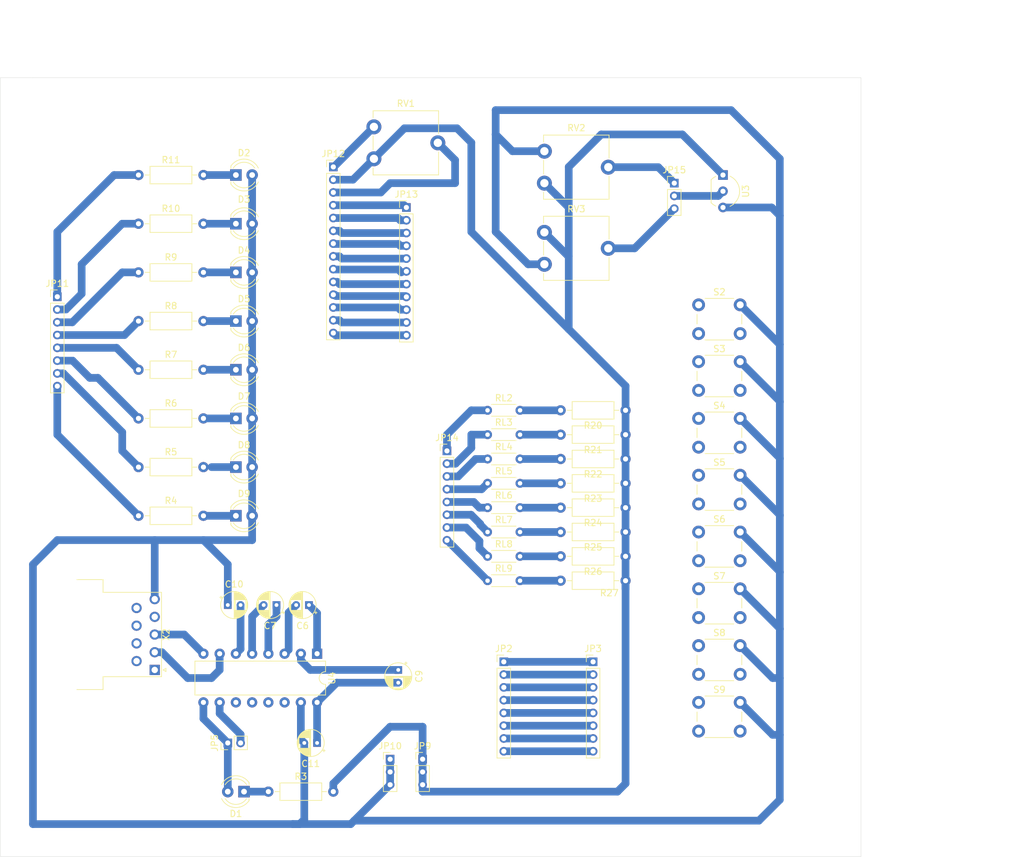
<source format=kicad_pcb>
(kicad_pcb (version 20171130) (host pcbnew "(5.1.6)-1")
  (layers (0 F.Cu signal) (31 B.Cu signal) (34 B.Paste user hide) (35 F.Paste user hide) (36 B.SilkS user hide) (37 F.SilkS user) (38 B.Mask user hide) (39 F.Mask user hide) (44 Edge.Cuts user))
  (net 0 "")
  (net 1 "Net-(C6-Pad2)")
  (net 2 "Net-(C6-Pad1)")
  (net 3 "Net-(C7-Pad2)")
  (net 4 "Net-(C7-Pad1)")
  (net 5 "Net-(C11-Pad1)")
  (net 6 "Net-(C9-Pad1)")
  (net 7 "Net-(C10-Pad2)")
  (net 8 GND)
  (net 9 "Net-(D1-Pad2)")
  (net 10 "Net-(D1-Pad1)")
  (net 11 "Net-(D2-Pad1)")
  (net 12 "Net-(D3-Pad1)")
  (net 13 "Net-(D4-Pad1)")
  (net 14 "Net-(D5-Pad1)")
  (net 15 "Net-(D6-Pad1)")
  (net 16 "Net-(D7-Pad1)")
  (net 17 "Net-(D8-Pad1)")
  (net 18 "Net-(D9-Pad1)")
  (net 19 "Net-(JP2-Pad8)")
  (net 20 "Net-(JP2-Pad7)")
  (net 21 "Net-(JP2-Pad6)")
  (net 22 "Net-(JP2-Pad5)")
  (net 23 "Net-(JP2-Pad4)")
  (net 24 "Net-(JP2-Pad3)")
  (net 25 "Net-(JP2-Pad2)")
  (net 26 "Net-(JP2-Pad1)")
  (net 27 "Net-(JP5-Pad2)")
  (net 28 +5V)
  (net 29 "Net-(JP11-Pad8)")
  (net 30 "Net-(JP11-Pad7)")
  (net 31 "Net-(JP11-Pad6)")
  (net 32 "Net-(JP11-Pad5)")
  (net 33 "Net-(JP11-Pad4)")
  (net 34 "Net-(JP11-Pad3)")
  (net 35 "Net-(JP11-Pad2)")
  (net 36 "Net-(JP11-Pad1)")
  (net 37 "Net-(JP12-Pad14)")
  (net 38 "Net-(JP12-Pad13)")
  (net 39 "Net-(JP12-Pad12)")
  (net 40 "Net-(JP12-Pad11)")
  (net 41 "Net-(JP12-Pad10)")
  (net 42 "Net-(JP12-Pad9)")
  (net 43 "Net-(JP12-Pad8)")
  (net 44 "Net-(JP12-Pad7)")
  (net 45 "Net-(JP12-Pad6)")
  (net 46 "Net-(JP12-Pad5)")
  (net 47 "Net-(JP12-Pad4)")
  (net 48 "Net-(JP12-Pad3)")
  (net 49 "Net-(JP12-Pad1)")
  (net 50 "Net-(JP14-Pad8)")
  (net 51 "Net-(JP14-Pad7)")
  (net 52 "Net-(JP14-Pad6)")
  (net 53 "Net-(JP14-Pad5)")
  (net 54 "Net-(JP14-Pad4)")
  (net 55 "Net-(JP14-Pad3)")
  (net 56 "Net-(JP14-Pad2)")
  (net 57 "Net-(JP14-Pad1)")
  (net 58 "Net-(JP15-Pad3)")
  (net 59 "Net-(JP15-Pad2)")
  (net 60 "Net-(JP15-Pad1)")
  (net 61 "Net-(R20-Pad2)")
  (net 62 "Net-(R21-Pad2)")
  (net 63 "Net-(R22-Pad2)")
  (net 64 "Net-(R23-Pad2)")
  (net 65 "Net-(R24-Pad2)")
  (net 66 "Net-(R25-Pad2)")
  (net 67 "Net-(R26-Pad2)")
  (net 68 "Net-(R27-Pad2)")
  (net 69 "Net-(S2-Pad2)")
  (net 70 "Net-(S3-Pad2)")
  (net 71 "Net-(S4-Pad2)")
  (net 72 "Net-(S5-Pad2)")
  (net 73 "Net-(S6-Pad2)")
  (net 74 "Net-(S7-Pad2)")
  (net 75 "Net-(S8-Pad2)")
  (net 76 "Net-(S9-Pad2)")
  (net 77 "Net-(U4-Pad8)")
  (net 78 "Net-(U4-Pad7)")
  (net 79 "Net-(U4-Pad14)")
  (net 80 "Net-(U4-Pad13)")
  (net 81 "Net-(U4-Pad12)")
  (net 82 "Net-(U4-Pad11)")
  (net 83 "Net-(X2-Pad9)")
  (net 84 "Net-(X2-Pad8)")
  (net 85 "Net-(X2-Pad7)")
  (net 86 "Net-(X2-Pad6)")
  (net 87 "Net-(X2-Pad4)")
  (net 88 "Net-(X2-Pad1)")
  (module Connector_PinHeader_2.00mm:PinHeader_1x02_P2.00mm_Vertical (layer F.Cu) (at 76.2 147.32 90)
    (fp_text reference JP5 (at 0 -2.06 90) (layer F.SilkS))
    (fp_text value PINHD-1X2)
    (pad 2 thru_hole oval (at 0 2 90) (size 1.35 1.35) (drill 0.8) (layers *.Cu *.Mask) (net 27 "Net-(JP5-Pad2)"))
    (pad 1 thru_hole rect (at 0 0 90) (size 1.35 1.35) (drill 0.8) (layers *.Cu *.Mask) (net 9 "Net-(D1-Pad2)"))
  )
  (module Capacitor_THT:CP_Radial_D4.0mm_P2.00mm (layer F.Cu) (at 83.82 125.73 180)
    (fp_text reference C7 (at 1 -3.25) (layer F.SilkS))
    (fp_text value 10u)
    (pad 2 thru_hole circle (at 2 0 180) (size 1.2 1.2) (drill 0.6) (layers *.Cu *.Mask) (net 3 "Net-(C7-Pad2)"))
    (pad 1 thru_hole rect (at 0 0 180) (size 1.2 1.2) (drill 0.6) (layers *.Cu *.Mask) (net 4 "Net-(C7-Pad1)"))
  )
  (module Capacitor_THT:CP_Radial_D4.0mm_P2.00mm (layer F.Cu) (at 88.9 125.73 180)
    (fp_text reference C6 (at 1 -3.25) (layer F.SilkS))
    (fp_text value 10u)
    (pad 2 thru_hole circle (at 2 0 180) (size 1.2 1.2) (drill 0.6) (layers *.Cu *.Mask) (net 1 "Net-(C6-Pad2)"))
    (pad 1 thru_hole rect (at 0 0 180) (size 1.2 1.2) (drill 0.6) (layers *.Cu *.Mask) (net 2 "Net-(C6-Pad1)"))
  )
  (module Resistor_THT:R_Axial_DIN0207_L6.3mm_D2.5mm_P10.16mm_Horizontal (layer F.Cu) (at 138.43 121.92 180)
    (fp_text reference R27 (at 2.54 -1.92) (layer F.SilkS))
    (fp_text value 4.7k)
    (pad 2 thru_hole oval (at 10.16 0 180) (size 1.6 1.6) (drill 0.8) (layers *.Cu *.Mask) (net 68 "Net-(R27-Pad2)"))
    (pad 1 thru_hole circle (at 0 0 180) (size 1.6 1.6) (drill 0.8) (layers *.Cu *.Mask) (net 28 +5V))
  )
  (module Resistor_THT:R_Axial_DIN0207_L6.3mm_D2.5mm_P10.16mm_Horizontal (layer F.Cu) (at 138.43 118.11 180)
    (fp_text reference R26 (at 5.08 -2.37) (layer F.SilkS))
    (fp_text value 4.7k)
    (pad 2 thru_hole oval (at 10.16 0 180) (size 1.6 1.6) (drill 0.8) (layers *.Cu *.Mask) (net 67 "Net-(R26-Pad2)"))
    (pad 1 thru_hole circle (at 0 0 180) (size 1.6 1.6) (drill 0.8) (layers *.Cu *.Mask) (net 28 +5V))
  )
  (module Resistor_THT:R_Axial_DIN0207_L6.3mm_D2.5mm_P10.16mm_Horizontal (layer F.Cu) (at 138.43 114.3 180)
    (fp_text reference R25 (at 5.08 -2.37) (layer F.SilkS))
    (fp_text value 4.7k)
    (pad 2 thru_hole oval (at 10.16 0 180) (size 1.6 1.6) (drill 0.8) (layers *.Cu *.Mask) (net 66 "Net-(R25-Pad2)"))
    (pad 1 thru_hole circle (at 0 0 180) (size 1.6 1.6) (drill 0.8) (layers *.Cu *.Mask) (net 28 +5V))
  )
  (module Resistor_THT:R_Axial_DIN0207_L6.3mm_D2.5mm_P10.16mm_Horizontal (layer F.Cu) (at 138.43 110.49 180)
    (fp_text reference R24 (at 5.08 -2.37) (layer F.SilkS))
    (fp_text value 4.7k)
    (pad 2 thru_hole oval (at 10.16 0 180) (size 1.6 1.6) (drill 0.8) (layers *.Cu *.Mask) (net 65 "Net-(R24-Pad2)"))
    (pad 1 thru_hole circle (at 0 0 180) (size 1.6 1.6) (drill 0.8) (layers *.Cu *.Mask) (net 28 +5V))
  )
  (module Resistor_THT:R_Axial_DIN0207_L6.3mm_D2.5mm_P10.16mm_Horizontal (layer F.Cu) (at 138.43 106.68 180)
    (fp_text reference R23 (at 5.08 -2.37) (layer F.SilkS))
    (fp_text value 4.7k)
    (pad 2 thru_hole oval (at 10.16 0 180) (size 1.6 1.6) (drill 0.8) (layers *.Cu *.Mask) (net 64 "Net-(R23-Pad2)"))
    (pad 1 thru_hole circle (at 0 0 180) (size 1.6 1.6) (drill 0.8) (layers *.Cu *.Mask) (net 28 +5V))
  )
  (module Resistor_THT:R_Axial_DIN0207_L6.3mm_D2.5mm_P10.16mm_Horizontal (layer F.Cu) (at 138.43 102.87 180)
    (fp_text reference R22 (at 5.08 -2.37) (layer F.SilkS))
    (fp_text value 4.7k)
    (pad 2 thru_hole oval (at 10.16 0 180) (size 1.6 1.6) (drill 0.8) (layers *.Cu *.Mask) (net 63 "Net-(R22-Pad2)"))
    (pad 1 thru_hole circle (at 0 0 180) (size 1.6 1.6) (drill 0.8) (layers *.Cu *.Mask) (net 28 +5V))
  )
  (module Resistor_THT:R_Axial_DIN0207_L6.3mm_D2.5mm_P10.16mm_Horizontal (layer F.Cu) (at 138.43 99.06 180)
    (fp_text reference R21 (at 5.08 -2.37) (layer F.SilkS))
    (fp_text value 4.7k)
    (pad 2 thru_hole oval (at 10.16 0 180) (size 1.6 1.6) (drill 0.8) (layers *.Cu *.Mask) (net 62 "Net-(R21-Pad2)"))
    (pad 1 thru_hole circle (at 0 0 180) (size 1.6 1.6) (drill 0.8) (layers *.Cu *.Mask) (net 28 +5V))
  )
  (module Resistor_THT:R_Axial_DIN0207_L6.3mm_D2.5mm_P10.16mm_Horizontal (layer F.Cu) (at 138.43 95.25 180)
    (fp_text reference R20 (at 5.08 -2.37) (layer F.SilkS))
    (fp_text value 4.7k)
    (pad 2 thru_hole oval (at 10.16 0 180) (size 1.6 1.6) (drill 0.8) (layers *.Cu *.Mask) (net 61 "Net-(R20-Pad2)"))
    (pad 1 thru_hole circle (at 0 0 180) (size 1.6 1.6) (drill 0.8) (layers *.Cu *.Mask) (net 28 +5V))
  )
  (module Resistor_THT:R_Axial_DIN0207_L6.3mm_D2.5mm_P10.16mm_Horizontal (layer F.Cu) (at 62.23 58.42)
    (fp_text reference R11 (at 5.08 -2.37) (layer F.SilkS))
    (fp_text value 470)
    (pad 2 thru_hole oval (at 10.16 0) (size 1.6 1.6) (drill 0.8) (layers *.Cu *.Mask) (net 11 "Net-(D2-Pad1)"))
    (pad 1 thru_hole circle (at 0 0) (size 1.6 1.6) (drill 0.8) (layers *.Cu *.Mask) (net 36 "Net-(JP11-Pad1)"))
  )
  (module Resistor_THT:R_Axial_DIN0207_L6.3mm_D2.5mm_P10.16mm_Horizontal (layer F.Cu) (at 62.23 66.04)
    (fp_text reference R10 (at 5.08 -2.37) (layer F.SilkS))
    (fp_text value 470)
    (pad 2 thru_hole oval (at 10.16 0) (size 1.6 1.6) (drill 0.8) (layers *.Cu *.Mask) (net 12 "Net-(D3-Pad1)"))
    (pad 1 thru_hole circle (at 0 0) (size 1.6 1.6) (drill 0.8) (layers *.Cu *.Mask) (net 35 "Net-(JP11-Pad2)"))
  )
  (module Resistor_THT:R_Axial_DIN0207_L6.3mm_D2.5mm_P10.16mm_Horizontal (layer F.Cu) (at 62.23 73.66)
    (fp_text reference R9 (at 5.08 -2.37) (layer F.SilkS))
    (fp_text value 470)
    (pad 2 thru_hole oval (at 10.16 0) (size 1.6 1.6) (drill 0.8) (layers *.Cu *.Mask) (net 13 "Net-(D4-Pad1)"))
    (pad 1 thru_hole circle (at 0 0) (size 1.6 1.6) (drill 0.8) (layers *.Cu *.Mask) (net 34 "Net-(JP11-Pad3)"))
  )
  (module Resistor_THT:R_Axial_DIN0207_L6.3mm_D2.5mm_P10.16mm_Horizontal (layer F.Cu) (at 62.23 81.28)
    (fp_text reference R8 (at 5.08 -2.37) (layer F.SilkS))
    (fp_text value 470)
    (pad 2 thru_hole oval (at 10.16 0) (size 1.6 1.6) (drill 0.8) (layers *.Cu *.Mask) (net 14 "Net-(D5-Pad1)"))
    (pad 1 thru_hole circle (at 0 0) (size 1.6 1.6) (drill 0.8) (layers *.Cu *.Mask) (net 33 "Net-(JP11-Pad4)"))
  )
  (module Resistor_THT:R_Axial_DIN0207_L6.3mm_D2.5mm_P10.16mm_Horizontal (layer F.Cu) (at 62.23 88.9)
    (fp_text reference R7 (at 5.08 -2.37) (layer F.SilkS))
    (fp_text value 470)
    (pad 2 thru_hole oval (at 10.16 0) (size 1.6 1.6) (drill 0.8) (layers *.Cu *.Mask) (net 15 "Net-(D6-Pad1)"))
    (pad 1 thru_hole circle (at 0 0) (size 1.6 1.6) (drill 0.8) (layers *.Cu *.Mask) (net 32 "Net-(JP11-Pad5)"))
  )
  (module Resistor_THT:R_Axial_DIN0207_L6.3mm_D2.5mm_P10.16mm_Horizontal (layer F.Cu) (at 62.23 96.52)
    (fp_text reference R6 (at 5.08 -2.37) (layer F.SilkS))
    (fp_text value 470)
    (pad 2 thru_hole oval (at 10.16 0) (size 1.6 1.6) (drill 0.8) (layers *.Cu *.Mask) (net 16 "Net-(D7-Pad1)"))
    (pad 1 thru_hole circle (at 0 0) (size 1.6 1.6) (drill 0.8) (layers *.Cu *.Mask) (net 31 "Net-(JP11-Pad6)"))
  )
  (module Resistor_THT:R_Axial_DIN0207_L6.3mm_D2.5mm_P10.16mm_Horizontal (layer F.Cu) (at 62.23 104.14)
    (fp_text reference R5 (at 5.08 -2.37) (layer F.SilkS))
    (fp_text value 470)
    (pad 2 thru_hole oval (at 10.16 0) (size 1.6 1.6) (drill 0.8) (layers *.Cu *.Mask) (net 17 "Net-(D8-Pad1)"))
    (pad 1 thru_hole circle (at 0 0) (size 1.6 1.6) (drill 0.8) (layers *.Cu *.Mask) (net 30 "Net-(JP11-Pad7)"))
  )
  (module Resistor_THT:R_Axial_DIN0207_L6.3mm_D2.5mm_P10.16mm_Horizontal (layer F.Cu) (at 62.23 111.76)
    (fp_text reference R4 (at 5.08 -2.37) (layer F.SilkS))
    (fp_text value 470)
    (pad 2 thru_hole oval (at 10.16 0) (size 1.6 1.6) (drill 0.8) (layers *.Cu *.Mask) (net 18 "Net-(D9-Pad1)"))
    (pad 1 thru_hole circle (at 0 0) (size 1.6 1.6) (drill 0.8) (layers *.Cu *.Mask) (net 29 "Net-(JP11-Pad8)"))
  )
  (module Resistor_THT:R_Axial_DIN0207_L6.3mm_D2.5mm_P10.16mm_Horizontal (layer F.Cu) (at 82.55 154.94)
    (fp_text reference R3 (at 5.08 -2.37) (layer F.SilkS))
    (fp_text value 470)
    (pad 2 thru_hole oval (at 10.16 0) (size 1.6 1.6) (drill 0.8) (layers *.Cu *.Mask) (net 28 +5V))
    (pad 1 thru_hole circle (at 0 0) (size 1.6 1.6) (drill 0.8) (layers *.Cu *.Mask) (net 10 "Net-(D1-Pad1)"))
  )
  (module Connector_Dsub:DSUB-9_Female_Horizontal_P2.77x2.84mm_EdgePinOffset9.40mm (layer F.Cu) (at 64.77 135.89 270)
    (fp_text reference X2 (at -5.54 -1.8 90) (layer F.SilkS))
    (fp_text value F09HP)
    (pad 9 thru_hole circle (at -9.695 2.84 270) (size 1.6 1.6) (drill 1) (layers *.Cu *.Mask) (net 83 "Net-(X2-Pad9)"))
    (pad 8 thru_hole circle (at -6.925 2.84 270) (size 1.6 1.6) (drill 1) (layers *.Cu *.Mask) (net 84 "Net-(X2-Pad8)"))
    (pad 7 thru_hole circle (at -4.155 2.84 270) (size 1.6 1.6) (drill 1) (layers *.Cu *.Mask) (net 85 "Net-(X2-Pad7)"))
    (pad 6 thru_hole circle (at -1.385 2.84 270) (size 1.6 1.6) (drill 1) (layers *.Cu *.Mask) (net 86 "Net-(X2-Pad6)"))
    (pad 5 thru_hole circle (at -11.08 0 270) (size 1.6 1.6) (drill 1) (layers *.Cu *.Mask) (net 8 GND))
    (pad 4 thru_hole circle (at -8.31 0 270) (size 1.6 1.6) (drill 1) (layers *.Cu *.Mask) (net 87 "Net-(X2-Pad4)"))
    (pad 3 thru_hole circle (at -5.54 0 270) (size 1.6 1.6) (drill 1) (layers *.Cu *.Mask) (net 77 "Net-(U4-Pad8)"))
    (pad 2 thru_hole circle (at -2.77 0 270) (size 1.6 1.6) (drill 1) (layers *.Cu *.Mask) (net 78 "Net-(U4-Pad7)"))
    (pad 1 thru_hole rect (at 0 0 270) (size 1.6 1.6) (drill 1) (layers *.Cu *.Mask) (net 88 "Net-(X2-Pad1)"))
  )
  (module Package_DIP:DIP-16_W7.62mm (layer F.Cu) (at 90.17 133.35 270)
    (fp_text reference U4 (at 3.81 -2.33 90) (layer F.SilkS))
    (fp_text value MAX232)
    (pad 16 thru_hole oval (at 7.62 0 270) (size 1.6 1.6) (drill 0.8) (layers *.Cu *.Mask) (net 5 "Net-(C11-Pad1)"))
    (pad 8 thru_hole oval (at 0 17.78 270) (size 1.6 1.6) (drill 0.8) (layers *.Cu *.Mask) (net 77 "Net-(U4-Pad8)"))
    (pad 15 thru_hole oval (at 7.62 2.54 270) (size 1.6 1.6) (drill 0.8) (layers *.Cu *.Mask) (net 8 GND))
    (pad 7 thru_hole oval (at 0 15.24 270) (size 1.6 1.6) (drill 0.8) (layers *.Cu *.Mask) (net 78 "Net-(U4-Pad7)"))
    (pad 14 thru_hole oval (at 7.62 5.08 270) (size 1.6 1.6) (drill 0.8) (layers *.Cu *.Mask) (net 79 "Net-(U4-Pad14)"))
    (pad 6 thru_hole oval (at 0 12.7 270) (size 1.6 1.6) (drill 0.8) (layers *.Cu *.Mask) (net 7 "Net-(C10-Pad2)"))
    (pad 13 thru_hole oval (at 7.62 7.62 270) (size 1.6 1.6) (drill 0.8) (layers *.Cu *.Mask) (net 80 "Net-(U4-Pad13)"))
    (pad 5 thru_hole oval (at 0 10.16 270) (size 1.6 1.6) (drill 0.8) (layers *.Cu *.Mask) (net 3 "Net-(C7-Pad2)"))
    (pad 12 thru_hole oval (at 7.62 10.16 270) (size 1.6 1.6) (drill 0.8) (layers *.Cu *.Mask) (net 81 "Net-(U4-Pad12)"))
    (pad 4 thru_hole oval (at 0 7.62 270) (size 1.6 1.6) (drill 0.8) (layers *.Cu *.Mask) (net 4 "Net-(C7-Pad1)"))
    (pad 11 thru_hole oval (at 7.62 12.7 270) (size 1.6 1.6) (drill 0.8) (layers *.Cu *.Mask) (net 82 "Net-(U4-Pad11)"))
    (pad 3 thru_hole oval (at 0 5.08 270) (size 1.6 1.6) (drill 0.8) (layers *.Cu *.Mask) (net 1 "Net-(C6-Pad2)"))
    (pad 10 thru_hole oval (at 7.62 15.24 270) (size 1.6 1.6) (drill 0.8) (layers *.Cu *.Mask) (net 27 "Net-(JP5-Pad2)"))
    (pad 2 thru_hole oval (at 0 2.54 270) (size 1.6 1.6) (drill 0.8) (layers *.Cu *.Mask) (net 6 "Net-(C9-Pad1)"))
    (pad 9 thru_hole oval (at 7.62 17.78 270) (size 1.6 1.6) (drill 0.8) (layers *.Cu *.Mask) (net 9 "Net-(D1-Pad2)"))
    (pad 1 thru_hole rect (at 0 0 270) (size 1.6 1.6) (drill 0.8) (layers *.Cu *.Mask) (net 2 "Net-(C6-Pad1)"))
  )
  (module Package_TO_SOT_THT:TO-92_Inline_Wide (layer F.Cu) (at 153.67 58.42 270)
    (fp_text reference U3 (at 2.54 -3.56 90) (layer F.SilkS))
    (fp_text value MCP9700A)
    (pad 1 thru_hole rect (at 0 0) (size 1.5 1.5) (drill 0.8) (layers *.Cu *.Mask) (net 28 +5V))
    (pad 3 thru_hole circle (at 5.08 0) (size 1.5 1.5) (drill 0.8) (layers *.Cu *.Mask) (net 8 GND))
    (pad 2 thru_hole circle (at 2.54 0) (size 1.5 1.5) (drill 0.8) (layers *.Cu *.Mask) (net 59 "Net-(JP15-Pad2)"))
  )
  (module Button_Switch_THT:SW_PUSH_6mm (layer F.Cu) (at 149.86 140.97)
    (fp_text reference S9 (at 3.25 -2) (layer F.SilkS))
    (fp_text value DTS-6)
    (pad 1 thru_hole circle (at 6.5 0 90) (size 2 2) (drill 1.1) (layers *.Cu *.Mask) (net 8 GND))
    (pad 2 thru_hole circle (at 6.5 4.5 90) (size 2 2) (drill 1.1) (layers *.Cu *.Mask) (net 76 "Net-(S9-Pad2)"))
    (pad 1 thru_hole circle (at 0 0 90) (size 2 2) (drill 1.1) (layers *.Cu *.Mask) (net 8 GND))
    (pad 2 thru_hole circle (at 0 4.5 90) (size 2 2) (drill 1.1) (layers *.Cu *.Mask) (net 76 "Net-(S9-Pad2)"))
  )
  (module Button_Switch_THT:SW_PUSH_6mm (layer F.Cu) (at 149.86 132.08)
    (fp_text reference S8 (at 3.25 -2) (layer F.SilkS))
    (fp_text value DTS-6)
    (pad 1 thru_hole circle (at 6.5 0 90) (size 2 2) (drill 1.1) (layers *.Cu *.Mask) (net 8 GND))
    (pad 2 thru_hole circle (at 6.5 4.5 90) (size 2 2) (drill 1.1) (layers *.Cu *.Mask) (net 75 "Net-(S8-Pad2)"))
    (pad 1 thru_hole circle (at 0 0 90) (size 2 2) (drill 1.1) (layers *.Cu *.Mask) (net 8 GND))
    (pad 2 thru_hole circle (at 0 4.5 90) (size 2 2) (drill 1.1) (layers *.Cu *.Mask) (net 75 "Net-(S8-Pad2)"))
  )
  (module Button_Switch_THT:SW_PUSH_6mm (layer F.Cu) (at 149.86 123.19)
    (fp_text reference S7 (at 3.25 -2) (layer F.SilkS))
    (fp_text value DTS-6)
    (pad 1 thru_hole circle (at 6.5 0 90) (size 2 2) (drill 1.1) (layers *.Cu *.Mask) (net 8 GND))
    (pad 2 thru_hole circle (at 6.5 4.5 90) (size 2 2) (drill 1.1) (layers *.Cu *.Mask) (net 74 "Net-(S7-Pad2)"))
    (pad 1 thru_hole circle (at 0 0 90) (size 2 2) (drill 1.1) (layers *.Cu *.Mask) (net 8 GND))
    (pad 2 thru_hole circle (at 0 4.5 90) (size 2 2) (drill 1.1) (layers *.Cu *.Mask) (net 74 "Net-(S7-Pad2)"))
  )
  (module Button_Switch_THT:SW_PUSH_6mm (layer F.Cu) (at 149.86 114.3)
    (fp_text reference S6 (at 3.25 -2) (layer F.SilkS))
    (fp_text value DTS-6)
    (pad 1 thru_hole circle (at 6.5 0 90) (size 2 2) (drill 1.1) (layers *.Cu *.Mask) (net 8 GND))
    (pad 2 thru_hole circle (at 6.5 4.5 90) (size 2 2) (drill 1.1) (layers *.Cu *.Mask) (net 73 "Net-(S6-Pad2)"))
    (pad 1 thru_hole circle (at 0 0 90) (size 2 2) (drill 1.1) (layers *.Cu *.Mask) (net 8 GND))
    (pad 2 thru_hole circle (at 0 4.5 90) (size 2 2) (drill 1.1) (layers *.Cu *.Mask) (net 73 "Net-(S6-Pad2)"))
  )
  (module Button_Switch_THT:SW_PUSH_6mm (layer F.Cu) (at 149.86 105.41)
    (fp_text reference S5 (at 3.25 -2) (layer F.SilkS))
    (fp_text value DTS-6)
    (pad 1 thru_hole circle (at 6.5 0 90) (size 2 2) (drill 1.1) (layers *.Cu *.Mask) (net 8 GND))
    (pad 2 thru_hole circle (at 6.5 4.5 90) (size 2 2) (drill 1.1) (layers *.Cu *.Mask) (net 72 "Net-(S5-Pad2)"))
    (pad 1 thru_hole circle (at 0 0 90) (size 2 2) (drill 1.1) (layers *.Cu *.Mask) (net 8 GND))
    (pad 2 thru_hole circle (at 0 4.5 90) (size 2 2) (drill 1.1) (layers *.Cu *.Mask) (net 72 "Net-(S5-Pad2)"))
  )
  (module Button_Switch_THT:SW_PUSH_6mm (layer F.Cu) (at 149.86 96.52)
    (fp_text reference S4 (at 3.25 -2) (layer F.SilkS))
    (fp_text value DTS-6)
    (pad 1 thru_hole circle (at 6.5 0 90) (size 2 2) (drill 1.1) (layers *.Cu *.Mask) (net 8 GND))
    (pad 2 thru_hole circle (at 6.5 4.5 90) (size 2 2) (drill 1.1) (layers *.Cu *.Mask) (net 71 "Net-(S4-Pad2)"))
    (pad 1 thru_hole circle (at 0 0 90) (size 2 2) (drill 1.1) (layers *.Cu *.Mask) (net 8 GND))
    (pad 2 thru_hole circle (at 0 4.5 90) (size 2 2) (drill 1.1) (layers *.Cu *.Mask) (net 71 "Net-(S4-Pad2)"))
  )
  (module Button_Switch_THT:SW_PUSH_6mm (layer F.Cu) (at 149.86 87.63)
    (fp_text reference S3 (at 3.25 -2) (layer F.SilkS))
    (fp_text value DTS-6)
    (pad 1 thru_hole circle (at 6.5 0 90) (size 2 2) (drill 1.1) (layers *.Cu *.Mask) (net 8 GND))
    (pad 2 thru_hole circle (at 6.5 4.5 90) (size 2 2) (drill 1.1) (layers *.Cu *.Mask) (net 70 "Net-(S3-Pad2)"))
    (pad 1 thru_hole circle (at 0 0 90) (size 2 2) (drill 1.1) (layers *.Cu *.Mask) (net 8 GND))
    (pad 2 thru_hole circle (at 0 4.5 90) (size 2 2) (drill 1.1) (layers *.Cu *.Mask) (net 70 "Net-(S3-Pad2)"))
  )
  (module Button_Switch_THT:SW_PUSH_6mm (layer F.Cu) (at 149.86 78.74)
    (fp_text reference S2 (at 3.25 -2) (layer F.SilkS))
    (fp_text value DTS-6)
    (pad 1 thru_hole circle (at 6.5 0 90) (size 2 2) (drill 1.1) (layers *.Cu *.Mask) (net 8 GND))
    (pad 2 thru_hole circle (at 6.5 4.5 90) (size 2 2) (drill 1.1) (layers *.Cu *.Mask) (net 69 "Net-(S2-Pad2)"))
    (pad 1 thru_hole circle (at 0 0 90) (size 2 2) (drill 1.1) (layers *.Cu *.Mask) (net 8 GND))
    (pad 2 thru_hole circle (at 0 4.5 90) (size 2 2) (drill 1.1) (layers *.Cu *.Mask) (net 69 "Net-(S2-Pad2)"))
  )
  (module Potentiometer_THT:Potentiometer_ACP_CA9-V10_Vertical (layer F.Cu) (at 125.73 72.39)
    (fp_text reference RV3 (at 5 -8.65) (layer F.SilkS))
    (fp_text value 10k)
    (pad 1 thru_hole circle (at 0 0) (size 2.34 2.34) (drill 1.3) (layers *.Cu *.Mask) (net 8 GND))
    (pad 2 thru_hole circle (at 10 -2.5) (size 2.34 2.34) (drill 1.3) (layers *.Cu *.Mask) (net 58 "Net-(JP15-Pad3)"))
    (pad 3 thru_hole circle (at 0 -5) (size 2.34 2.34) (drill 1.3) (layers *.Cu *.Mask) (net 28 +5V))
  )
  (module Potentiometer_THT:Potentiometer_ACP_CA9-V10_Vertical (layer F.Cu) (at 125.73 59.69)
    (fp_text reference RV2 (at 5 -8.65) (layer F.SilkS))
    (fp_text value 10k)
    (pad 1 thru_hole circle (at 0 0) (size 2.34 2.34) (drill 1.3) (layers *.Cu *.Mask) (net 28 +5V))
    (pad 2 thru_hole circle (at 10 -2.5) (size 2.34 2.34) (drill 1.3) (layers *.Cu *.Mask) (net 60 "Net-(JP15-Pad1)"))
    (pad 3 thru_hole circle (at 0 -5) (size 2.34 2.34) (drill 1.3) (layers *.Cu *.Mask) (net 8 GND))
  )
  (module Potentiometer_THT:Potentiometer_ACP_CA9-V10_Vertical (layer F.Cu) (at 99.06 55.88)
    (fp_text reference RV1 (at 5 -8.65) (layer F.SilkS))
    (fp_text value 10k)
    (pad 1 thru_hole circle (at 0 0) (size 2.34 2.34) (drill 1.3) (layers *.Cu *.Mask) (net 28 +5V))
    (pad 2 thru_hole circle (at 10 -2.5) (size 2.34 2.34) (drill 1.3) (layers *.Cu *.Mask) (net 48 "Net-(JP12-Pad3)"))
    (pad 3 thru_hole circle (at 0 -5) (size 2.34 2.34) (drill 1.3) (layers *.Cu *.Mask) (net 49 "Net-(JP12-Pad1)"))
  )
  (module Resistor_THT:R_Axial_DIN0204_L3.6mm_D1.6mm_P5.08mm_Horizontal (layer F.Cu) (at 116.84 121.92)
    (fp_text reference RL9 (at 2.54 -1.92) (layer F.SilkS))
    (fp_text value 1k)
    (pad 2 thru_hole oval (at 5.08 0) (size 1.4 1.4) (drill 0.7) (layers *.Cu *.Mask) (net 68 "Net-(R27-Pad2)"))
    (pad 1 thru_hole circle (at 0 0) (size 1.4 1.4) (drill 0.7) (layers *.Cu *.Mask) (net 50 "Net-(JP14-Pad8)"))
  )
  (module Resistor_THT:R_Axial_DIN0204_L3.6mm_D1.6mm_P5.08mm_Horizontal (layer F.Cu) (at 116.84 118.11)
    (fp_text reference RL8 (at 2.54 -1.92) (layer F.SilkS))
    (fp_text value 1k)
    (pad 2 thru_hole oval (at 5.08 0) (size 1.4 1.4) (drill 0.7) (layers *.Cu *.Mask) (net 67 "Net-(R26-Pad2)"))
    (pad 1 thru_hole circle (at 0 0) (size 1.4 1.4) (drill 0.7) (layers *.Cu *.Mask) (net 51 "Net-(JP14-Pad7)"))
  )
  (module Resistor_THT:R_Axial_DIN0204_L3.6mm_D1.6mm_P5.08mm_Horizontal (layer F.Cu) (at 116.84 114.3)
    (fp_text reference RL7 (at 2.54 -1.92) (layer F.SilkS))
    (fp_text value 1k)
    (pad 2 thru_hole oval (at 5.08 0) (size 1.4 1.4) (drill 0.7) (layers *.Cu *.Mask) (net 66 "Net-(R25-Pad2)"))
    (pad 1 thru_hole circle (at 0 0) (size 1.4 1.4) (drill 0.7) (layers *.Cu *.Mask) (net 52 "Net-(JP14-Pad6)"))
  )
  (module Resistor_THT:R_Axial_DIN0204_L3.6mm_D1.6mm_P5.08mm_Horizontal (layer F.Cu) (at 116.84 110.49)
    (fp_text reference RL6 (at 2.54 -1.92) (layer F.SilkS))
    (fp_text value 1k)
    (pad 2 thru_hole oval (at 5.08 0) (size 1.4 1.4) (drill 0.7) (layers *.Cu *.Mask) (net 65 "Net-(R24-Pad2)"))
    (pad 1 thru_hole circle (at 0 0) (size 1.4 1.4) (drill 0.7) (layers *.Cu *.Mask) (net 53 "Net-(JP14-Pad5)"))
  )
  (module Resistor_THT:R_Axial_DIN0204_L3.6mm_D1.6mm_P5.08mm_Horizontal (layer F.Cu) (at 116.84 106.68)
    (fp_text reference RL5 (at 2.54 -1.92) (layer F.SilkS))
    (fp_text value 1k)
    (pad 2 thru_hole oval (at 5.08 0) (size 1.4 1.4) (drill 0.7) (layers *.Cu *.Mask) (net 64 "Net-(R23-Pad2)"))
    (pad 1 thru_hole circle (at 0 0) (size 1.4 1.4) (drill 0.7) (layers *.Cu *.Mask) (net 54 "Net-(JP14-Pad4)"))
  )
  (module Resistor_THT:R_Axial_DIN0204_L3.6mm_D1.6mm_P5.08mm_Horizontal (layer F.Cu) (at 116.84 102.87)
    (fp_text reference RL4 (at 2.54 -1.92) (layer F.SilkS))
    (fp_text value 1k)
    (pad 2 thru_hole oval (at 5.08 0) (size 1.4 1.4) (drill 0.7) (layers *.Cu *.Mask) (net 63 "Net-(R22-Pad2)"))
    (pad 1 thru_hole circle (at 0 0) (size 1.4 1.4) (drill 0.7) (layers *.Cu *.Mask) (net 55 "Net-(JP14-Pad3)"))
  )
  (module Resistor_THT:R_Axial_DIN0204_L3.6mm_D1.6mm_P5.08mm_Horizontal (layer F.Cu) (at 116.84 99.06)
    (fp_text reference RL3 (at 2.54 -1.92) (layer F.SilkS))
    (fp_text value 1k)
    (pad 2 thru_hole oval (at 5.08 0) (size 1.4 1.4) (drill 0.7) (layers *.Cu *.Mask) (net 62 "Net-(R21-Pad2)"))
    (pad 1 thru_hole circle (at 0 0) (size 1.4 1.4) (drill 0.7) (layers *.Cu *.Mask) (net 56 "Net-(JP14-Pad2)"))
  )
  (module Resistor_THT:R_Axial_DIN0204_L3.6mm_D1.6mm_P5.08mm_Horizontal (layer F.Cu) (at 116.84 95.25)
    (fp_text reference RL2 (at 2.54 -1.92) (layer F.SilkS))
    (fp_text value 1k)
    (pad 2 thru_hole oval (at 5.08 0) (size 1.4 1.4) (drill 0.7) (layers *.Cu *.Mask) (net 61 "Net-(R20-Pad2)"))
    (pad 1 thru_hole circle (at 0 0) (size 1.4 1.4) (drill 0.7) (layers *.Cu *.Mask) (net 57 "Net-(JP14-Pad1)"))
  )
  (module Connector_PinHeader_2.00mm:PinHeader_1x03_P2.00mm_Vertical (layer F.Cu) (at 146.05 59.69)
    (fp_text reference JP15 (at 0 -2.06) (layer F.SilkS))
    (fp_text value PINHD-1X3)
    (pad 3 thru_hole oval (at 0 4) (size 1.35 1.35) (drill 0.8) (layers *.Cu *.Mask) (net 58 "Net-(JP15-Pad3)"))
    (pad 2 thru_hole oval (at 0 2) (size 1.35 1.35) (drill 0.8) (layers *.Cu *.Mask) (net 59 "Net-(JP15-Pad2)"))
    (pad 1 thru_hole rect (at 0 0) (size 1.35 1.35) (drill 0.8) (layers *.Cu *.Mask) (net 60 "Net-(JP15-Pad1)"))
  )
  (module Connector_PinHeader_2.00mm:PinHeader_1x08_P2.00mm_Vertical (layer F.Cu) (at 110.49 101.6)
    (fp_text reference JP14 (at 0 -2.06) (layer F.SilkS))
    (fp_text value PINHD-1X8)
    (pad 8 thru_hole oval (at 0 14) (size 1.35 1.35) (drill 0.8) (layers *.Cu *.Mask) (net 50 "Net-(JP14-Pad8)"))
    (pad 7 thru_hole oval (at 0 12) (size 1.35 1.35) (drill 0.8) (layers *.Cu *.Mask) (net 51 "Net-(JP14-Pad7)"))
    (pad 6 thru_hole oval (at 0 10) (size 1.35 1.35) (drill 0.8) (layers *.Cu *.Mask) (net 52 "Net-(JP14-Pad6)"))
    (pad 5 thru_hole oval (at 0 8) (size 1.35 1.35) (drill 0.8) (layers *.Cu *.Mask) (net 53 "Net-(JP14-Pad5)"))
    (pad 4 thru_hole oval (at 0 6) (size 1.35 1.35) (drill 0.8) (layers *.Cu *.Mask) (net 54 "Net-(JP14-Pad4)"))
    (pad 3 thru_hole oval (at 0 4) (size 1.35 1.35) (drill 0.8) (layers *.Cu *.Mask) (net 55 "Net-(JP14-Pad3)"))
    (pad 2 thru_hole oval (at 0 2) (size 1.35 1.35) (drill 0.8) (layers *.Cu *.Mask) (net 56 "Net-(JP14-Pad2)"))
    (pad 1 thru_hole rect (at 0 0) (size 1.35 1.35) (drill 0.8) (layers *.Cu *.Mask) (net 57 "Net-(JP14-Pad1)"))
  )
  (module Connector_PinHeader_2.00mm:PinHeader_1x11_P2.00mm_Vertical (layer F.Cu) (at 104.14 63.5)
    (fp_text reference JP13 (at 0 -2.06) (layer F.SilkS))
    (fp_text value PINHD-1X11)
    (pad 11 thru_hole oval (at 0 20) (size 1.35 1.35) (drill 0.8) (layers *.Cu *.Mask) (net 37 "Net-(JP12-Pad14)"))
    (pad 10 thru_hole oval (at 0 18) (size 1.35 1.35) (drill 0.8) (layers *.Cu *.Mask) (net 38 "Net-(JP12-Pad13)"))
    (pad 9 thru_hole oval (at 0 16) (size 1.35 1.35) (drill 0.8) (layers *.Cu *.Mask) (net 39 "Net-(JP12-Pad12)"))
    (pad 8 thru_hole oval (at 0 14) (size 1.35 1.35) (drill 0.8) (layers *.Cu *.Mask) (net 40 "Net-(JP12-Pad11)"))
    (pad 7 thru_hole oval (at 0 12) (size 1.35 1.35) (drill 0.8) (layers *.Cu *.Mask) (net 41 "Net-(JP12-Pad10)"))
    (pad 6 thru_hole oval (at 0 10) (size 1.35 1.35) (drill 0.8) (layers *.Cu *.Mask) (net 42 "Net-(JP12-Pad9)"))
    (pad 5 thru_hole oval (at 0 8) (size 1.35 1.35) (drill 0.8) (layers *.Cu *.Mask) (net 43 "Net-(JP12-Pad8)"))
    (pad 4 thru_hole oval (at 0 6) (size 1.35 1.35) (drill 0.8) (layers *.Cu *.Mask) (net 44 "Net-(JP12-Pad7)"))
    (pad 3 thru_hole oval (at 0 4) (size 1.35 1.35) (drill 0.8) (layers *.Cu *.Mask) (net 45 "Net-(JP12-Pad6)"))
    (pad 2 thru_hole oval (at 0 2) (size 1.35 1.35) (drill 0.8) (layers *.Cu *.Mask) (net 46 "Net-(JP12-Pad5)"))
    (pad 1 thru_hole rect (at 0 0) (size 1.35 1.35) (drill 0.8) (layers *.Cu *.Mask) (net 47 "Net-(JP12-Pad4)"))
  )
  (module Connector_PinHeader_2.00mm:PinHeader_1x14_P2.00mm_Vertical (layer F.Cu) (at 92.71 57.15)
    (fp_text reference JP12 (at 0 -2.06) (layer F.SilkS))
    (fp_text value PINHD-1X14)
    (pad 14 thru_hole oval (at 0 26) (size 1.35 1.35) (drill 0.8) (layers *.Cu *.Mask) (net 37 "Net-(JP12-Pad14)"))
    (pad 13 thru_hole oval (at 0 24) (size 1.35 1.35) (drill 0.8) (layers *.Cu *.Mask) (net 38 "Net-(JP12-Pad13)"))
    (pad 12 thru_hole oval (at 0 22) (size 1.35 1.35) (drill 0.8) (layers *.Cu *.Mask) (net 39 "Net-(JP12-Pad12)"))
    (pad 11 thru_hole oval (at 0 20) (size 1.35 1.35) (drill 0.8) (layers *.Cu *.Mask) (net 40 "Net-(JP12-Pad11)"))
    (pad 10 thru_hole oval (at 0 18) (size 1.35 1.35) (drill 0.8) (layers *.Cu *.Mask) (net 41 "Net-(JP12-Pad10)"))
    (pad 9 thru_hole oval (at 0 16) (size 1.35 1.35) (drill 0.8) (layers *.Cu *.Mask) (net 42 "Net-(JP12-Pad9)"))
    (pad 8 thru_hole oval (at 0 14) (size 1.35 1.35) (drill 0.8) (layers *.Cu *.Mask) (net 43 "Net-(JP12-Pad8)"))
    (pad 7 thru_hole oval (at 0 12) (size 1.35 1.35) (drill 0.8) (layers *.Cu *.Mask) (net 44 "Net-(JP12-Pad7)"))
    (pad 6 thru_hole oval (at 0 10) (size 1.35 1.35) (drill 0.8) (layers *.Cu *.Mask) (net 45 "Net-(JP12-Pad6)"))
    (pad 5 thru_hole oval (at 0 8) (size 1.35 1.35) (drill 0.8) (layers *.Cu *.Mask) (net 46 "Net-(JP12-Pad5)"))
    (pad 4 thru_hole oval (at 0 6) (size 1.35 1.35) (drill 0.8) (layers *.Cu *.Mask) (net 47 "Net-(JP12-Pad4)"))
    (pad 3 thru_hole oval (at 0 4) (size 1.35 1.35) (drill 0.8) (layers *.Cu *.Mask) (net 48 "Net-(JP12-Pad3)"))
    (pad 2 thru_hole oval (at 0 2) (size 1.35 1.35) (drill 0.8) (layers *.Cu *.Mask) (net 28 +5V))
    (pad 1 thru_hole rect (at 0 0) (size 1.35 1.35) (drill 0.8) (layers *.Cu *.Mask) (net 49 "Net-(JP12-Pad1)"))
  )
  (module Connector_PinHeader_2.00mm:PinHeader_1x08_P2.00mm_Vertical (layer F.Cu) (at 49.53 77.47)
    (fp_text reference JP11 (at 0 -2.06) (layer F.SilkS))
    (fp_text value PINHD-1X8)
    (pad 8 thru_hole oval (at 0 14) (size 1.35 1.35) (drill 0.8) (layers *.Cu *.Mask) (net 29 "Net-(JP11-Pad8)"))
    (pad 7 thru_hole oval (at 0 12) (size 1.35 1.35) (drill 0.8) (layers *.Cu *.Mask) (net 30 "Net-(JP11-Pad7)"))
    (pad 6 thru_hole oval (at 0 10) (size 1.35 1.35) (drill 0.8) (layers *.Cu *.Mask) (net 31 "Net-(JP11-Pad6)"))
    (pad 5 thru_hole oval (at 0 8) (size 1.35 1.35) (drill 0.8) (layers *.Cu *.Mask) (net 32 "Net-(JP11-Pad5)"))
    (pad 4 thru_hole oval (at 0 6) (size 1.35 1.35) (drill 0.8) (layers *.Cu *.Mask) (net 33 "Net-(JP11-Pad4)"))
    (pad 3 thru_hole oval (at 0 4) (size 1.35 1.35) (drill 0.8) (layers *.Cu *.Mask) (net 34 "Net-(JP11-Pad3)"))
    (pad 2 thru_hole oval (at 0 2) (size 1.35 1.35) (drill 0.8) (layers *.Cu *.Mask) (net 35 "Net-(JP11-Pad2)"))
    (pad 1 thru_hole rect (at 0 0) (size 1.35 1.35) (drill 0.8) (layers *.Cu *.Mask) (net 36 "Net-(JP11-Pad1)"))
  )
  (module Connector_PinHeader_2.00mm:PinHeader_1x03_P2.00mm_Vertical (layer F.Cu) (at 101.6 149.86)
    (fp_text reference JP10 (at 0 -2.06) (layer F.SilkS))
    (fp_text value PINHD-1X3)
    (pad 3 thru_hole oval (at 0 4) (size 1.35 1.35) (drill 0.8) (layers *.Cu *.Mask) (net 8 GND))
    (pad 2 thru_hole oval (at 0 2) (size 1.35 1.35) (drill 0.8) (layers *.Cu *.Mask) (net 8 GND))
    (pad 1 thru_hole rect (at 0 0) (size 1.35 1.35) (drill 0.8) (layers *.Cu *.Mask) (net 8 GND))
  )
  (module Connector_PinHeader_2.00mm:PinHeader_1x03_P2.00mm_Vertical (layer F.Cu) (at 106.68 149.86)
    (fp_text reference JP9 (at 0 -2.06) (layer F.SilkS))
    (fp_text value PINHD-1X3)
    (pad 3 thru_hole oval (at 0 4) (size 1.35 1.35) (drill 0.8) (layers *.Cu *.Mask) (net 28 +5V))
    (pad 2 thru_hole oval (at 0 2) (size 1.35 1.35) (drill 0.8) (layers *.Cu *.Mask) (net 28 +5V))
    (pad 1 thru_hole rect (at 0 0) (size 1.35 1.35) (drill 0.8) (layers *.Cu *.Mask) (net 28 +5V))
  )
  (module Connector_PinHeader_2.00mm:PinHeader_1x08_P2.00mm_Vertical (layer F.Cu) (at 133.35 134.62)
    (fp_text reference JP3 (at 0 -2.06) (layer F.SilkS))
    (fp_text value PINHD-1X8)
    (pad 8 thru_hole oval (at 0 14) (size 1.35 1.35) (drill 0.8) (layers *.Cu *.Mask) (net 19 "Net-(JP2-Pad8)"))
    (pad 7 thru_hole oval (at 0 12) (size 1.35 1.35) (drill 0.8) (layers *.Cu *.Mask) (net 20 "Net-(JP2-Pad7)"))
    (pad 6 thru_hole oval (at 0 10) (size 1.35 1.35) (drill 0.8) (layers *.Cu *.Mask) (net 21 "Net-(JP2-Pad6)"))
    (pad 5 thru_hole oval (at 0 8) (size 1.35 1.35) (drill 0.8) (layers *.Cu *.Mask) (net 22 "Net-(JP2-Pad5)"))
    (pad 4 thru_hole oval (at 0 6) (size 1.35 1.35) (drill 0.8) (layers *.Cu *.Mask) (net 23 "Net-(JP2-Pad4)"))
    (pad 3 thru_hole oval (at 0 4) (size 1.35 1.35) (drill 0.8) (layers *.Cu *.Mask) (net 24 "Net-(JP2-Pad3)"))
    (pad 2 thru_hole oval (at 0 2) (size 1.35 1.35) (drill 0.8) (layers *.Cu *.Mask) (net 25 "Net-(JP2-Pad2)"))
    (pad 1 thru_hole rect (at 0 0) (size 1.35 1.35) (drill 0.8) (layers *.Cu *.Mask) (net 26 "Net-(JP2-Pad1)"))
  )
  (module Connector_PinHeader_2.00mm:PinHeader_1x08_P2.00mm_Vertical (layer F.Cu) (at 119.38 134.62)
    (fp_text reference JP2 (at 0 -2.06) (layer F.SilkS))
    (fp_text value PINHD-1X8)
    (pad 8 thru_hole oval (at 0 14) (size 1.35 1.35) (drill 0.8) (layers *.Cu *.Mask) (net 19 "Net-(JP2-Pad8)"))
    (pad 7 thru_hole oval (at 0 12) (size 1.35 1.35) (drill 0.8) (layers *.Cu *.Mask) (net 20 "Net-(JP2-Pad7)"))
    (pad 6 thru_hole oval (at 0 10) (size 1.35 1.35) (drill 0.8) (layers *.Cu *.Mask) (net 21 "Net-(JP2-Pad6)"))
    (pad 5 thru_hole oval (at 0 8) (size 1.35 1.35) (drill 0.8) (layers *.Cu *.Mask) (net 22 "Net-(JP2-Pad5)"))
    (pad 4 thru_hole oval (at 0 6) (size 1.35 1.35) (drill 0.8) (layers *.Cu *.Mask) (net 23 "Net-(JP2-Pad4)"))
    (pad 3 thru_hole oval (at 0 4) (size 1.35 1.35) (drill 0.8) (layers *.Cu *.Mask) (net 24 "Net-(JP2-Pad3)"))
    (pad 2 thru_hole oval (at 0 2) (size 1.35 1.35) (drill 0.8) (layers *.Cu *.Mask) (net 25 "Net-(JP2-Pad2)"))
    (pad 1 thru_hole rect (at 0 0) (size 1.35 1.35) (drill 0.8) (layers *.Cu *.Mask) (net 26 "Net-(JP2-Pad1)"))
  )
  (module LED_THT:LED_D4.0mm (layer F.Cu) (at 77.47 111.76)
    (fp_text reference D9 (at 1.27 -3.46) (layer F.SilkS))
    (fp_text value LED)
    (pad 2 thru_hole circle (at 2.54 0) (size 1.8 1.8) (drill 0.9) (layers *.Cu *.Mask) (net 8 GND))
    (pad 1 thru_hole rect (at 0 0) (size 1.8 1.8) (drill 0.9) (layers *.Cu *.Mask) (net 18 "Net-(D9-Pad1)"))
  )
  (module LED_THT:LED_D4.0mm (layer F.Cu) (at 77.47 104.14)
    (fp_text reference D8 (at 1.27 -3.46) (layer F.SilkS))
    (fp_text value LED)
    (pad 2 thru_hole circle (at 2.54 0) (size 1.8 1.8) (drill 0.9) (layers *.Cu *.Mask) (net 8 GND))
    (pad 1 thru_hole rect (at 0 0) (size 1.8 1.8) (drill 0.9) (layers *.Cu *.Mask) (net 17 "Net-(D8-Pad1)"))
  )
  (module LED_THT:LED_D4.0mm (layer F.Cu) (at 77.47 96.52)
    (fp_text reference D7 (at 1.27 -3.46) (layer F.SilkS))
    (fp_text value LED)
    (pad 2 thru_hole circle (at 2.54 0) (size 1.8 1.8) (drill 0.9) (layers *.Cu *.Mask) (net 8 GND))
    (pad 1 thru_hole rect (at 0 0) (size 1.8 1.8) (drill 0.9) (layers *.Cu *.Mask) (net 16 "Net-(D7-Pad1)"))
  )
  (module LED_THT:LED_D4.0mm (layer F.Cu) (at 77.47 88.9)
    (fp_text reference D6 (at 1.27 -3.46) (layer F.SilkS))
    (fp_text value LED)
    (pad 2 thru_hole circle (at 2.54 0) (size 1.8 1.8) (drill 0.9) (layers *.Cu *.Mask) (net 8 GND))
    (pad 1 thru_hole rect (at 0 0) (size 1.8 1.8) (drill 0.9) (layers *.Cu *.Mask) (net 15 "Net-(D6-Pad1)"))
  )
  (module LED_THT:LED_D4.0mm (layer F.Cu) (at 77.47 81.28)
    (fp_text reference D5 (at 1.27 -3.46) (layer F.SilkS))
    (fp_text value LED)
    (pad 2 thru_hole circle (at 2.54 0) (size 1.8 1.8) (drill 0.9) (layers *.Cu *.Mask) (net 8 GND))
    (pad 1 thru_hole rect (at 0 0) (size 1.8 1.8) (drill 0.9) (layers *.Cu *.Mask) (net 14 "Net-(D5-Pad1)"))
  )
  (module LED_THT:LED_D4.0mm (layer F.Cu) (at 77.47 73.66)
    (fp_text reference D4 (at 1.27 -3.46) (layer F.SilkS))
    (fp_text value LED)
    (pad 2 thru_hole circle (at 2.54 0) (size 1.8 1.8) (drill 0.9) (layers *.Cu *.Mask) (net 8 GND))
    (pad 1 thru_hole rect (at 0 0) (size 1.8 1.8) (drill 0.9) (layers *.Cu *.Mask) (net 13 "Net-(D4-Pad1)"))
  )
  (module LED_THT:LED_D4.0mm (layer F.Cu) (at 77.47 66.04)
    (fp_text reference D3 (at 1.27 -3.81) (layer F.SilkS))
    (fp_text value LED)
    (pad 2 thru_hole circle (at 2.54 0) (size 1.8 1.8) (drill 0.9) (layers *.Cu *.Mask) (net 8 GND))
    (pad 1 thru_hole rect (at 0 0) (size 1.8 1.8) (drill 0.9) (layers *.Cu *.Mask) (net 12 "Net-(D3-Pad1)"))
  )
  (module LED_THT:LED_D4.0mm (layer F.Cu) (at 77.47 58.42)
    (fp_text reference D2 (at 1.27 -3.46) (layer F.SilkS))
    (fp_text value LED)
    (pad 2 thru_hole circle (at 2.54 0) (size 1.8 1.8) (drill 0.9) (layers *.Cu *.Mask) (net 8 GND))
    (pad 1 thru_hole rect (at 0 0) (size 1.8 1.8) (drill 0.9) (layers *.Cu *.Mask) (net 11 "Net-(D2-Pad1)"))
  )
  (module LED_THT:LED_D4.0mm (layer F.Cu) (at 78.74 154.94 180)
    (fp_text reference D1 (at 1.27 -3.46) (layer F.SilkS))
    (fp_text value LED)
    (pad 2 thru_hole circle (at 2.54 0 180) (size 1.8 1.8) (drill 0.9) (layers *.Cu *.Mask) (net 9 "Net-(D1-Pad2)"))
    (pad 1 thru_hole rect (at 0 0 180) (size 1.8 1.8) (drill 0.9) (layers *.Cu *.Mask) (net 10 "Net-(D1-Pad1)"))
  )
  (module Capacitor_THT:CP_Radial_D4.0mm_P2.00mm (layer F.Cu) (at 90.17 147.32 180)
    (fp_text reference C11 (at 1 -3.25) (layer F.SilkS))
    (fp_text value 10u)
    (pad 2 thru_hole circle (at 2 0 180) (size 1.2 1.2) (drill 0.6) (layers *.Cu *.Mask) (net 8 GND))
    (pad 1 thru_hole rect (at 0 0 180) (size 1.2 1.2) (drill 0.6) (layers *.Cu *.Mask) (net 5 "Net-(C11-Pad1)"))
  )
  (module Capacitor_THT:CP_Radial_D4.0mm_P2.00mm (layer F.Cu) (at 76.2 125.73)
    (fp_text reference C10 (at 1 -3.25) (layer F.SilkS))
    (fp_text value 10u)
    (pad 2 thru_hole circle (at 2 0) (size 1.2 1.2) (drill 0.6) (layers *.Cu *.Mask) (net 7 "Net-(C10-Pad2)"))
    (pad 1 thru_hole rect (at 0 0) (size 1.2 1.2) (drill 0.6) (layers *.Cu *.Mask) (net 8 GND))
  )
  (module Capacitor_THT:CP_Radial_D4.0mm_P2.00mm (layer F.Cu) (at 102.87 135.89 270)
    (fp_text reference C9 (at 1 -3.25 90) (layer F.SilkS))
    (fp_text value 10u)
    (pad 2 thru_hole circle (at 2 0 270) (size 1.2 1.2) (drill 0.6) (layers *.Cu *.Mask) (net 5 "Net-(C11-Pad1)"))
    (pad 1 thru_hole rect (at 0 0 270) (size 1.2 1.2) (drill 0.6) (layers *.Cu *.Mask) (net 6 "Net-(C9-Pad1)"))
  )
  (gr_line (start 40.64 43.18) (end 45.72 43.18) (layer Edge.Cuts) (width 0.05))
  (gr_line (start 40.64 165.1) (end 40.64 43.18) (layer Edge.Cuts) (width 0.05))
  (gr_line (start 175.26 165.1) (end 40.64 165.1) (layer Edge.Cuts) (width 0.05))
  (gr_line (start 175.26 43.18) (end 175.26 165.1) (layer Edge.Cuts) (width 0.05))
  (gr_line (start 45.72 43.18) (end 175.26 43.18) (layer Edge.Cuts) (width 0.05))
  (segment (start 85.721999 132.718001) (end 85.09 133.35) (width 1.2) (layer B.Cu) (net 1))
  (segment (start 85.721999 126.908001) (end 85.721999 132.718001) (width 1.2) (layer B.Cu) (net 1))
  (segment (start 86.9 125.73) (end 85.721999 126.908001) (width 1.2) (layer B.Cu) (net 1))
  (segment (start 90.17 127) (end 90.17 133.35) (width 1.2) (layer B.Cu) (net 2))
  (segment (start 88.9 125.73) (end 90.17 127) (width 1.2) (layer B.Cu) (net 2))
  (segment (start 80.01 127.54) (end 80.01 133.35) (width 1.2) (layer B.Cu) (net 3))
  (segment (start 81.82 125.73) (end 80.01 127.54) (width 1.2) (layer B.Cu) (net 3))
  (segment (start 82.55 128.8) (end 82.55 133.35) (width 1.2) (layer B.Cu) (net 4))
  (segment (start 83.82 127.53) (end 82.55 128.8) (width 1.2) (layer B.Cu) (net 4))
  (segment (start 83.82 125.73) (end 83.82 127.53) (width 1.2) (layer B.Cu) (net 4))
  (segment (start 90.17 140.97) (end 90.17 147.32) (width 1.2) (layer B.Cu) (net 5))
  (segment (start 93.25 137.89) (end 90.17 140.97) (width 1.2) (layer B.Cu) (net 5))
  (segment (start 102.87 137.89) (end 93.25 137.89) (width 1.2) (layer B.Cu) (net 5))
  (segment (start 87.63 134.404402) (end 89.115598 135.89) (width 1.2) (layer B.Cu) (net 6))
  (segment (start 89.115598 135.89) (end 102.87 135.89) (width 1.2) (layer B.Cu) (net 6))
  (segment (start 87.63 133.35) (end 87.63 134.404402) (width 1.2) (layer B.Cu) (net 6))
  (segment (start 78.2 132.62) (end 77.47 133.35) (width 1.2) (layer B.Cu) (net 7))
  (segment (start 78.2 125.73) (end 78.2 132.62) (width 1.2) (layer B.Cu) (net 7))
  (segment (start 101.6 149.86) (end 101.6 153.86) (width 1.2) (layer B.Cu) (net 8))
  (segment (start 80.01 58.42) (end 80.01 115.57) (width 1.2) (layer B.Cu) (net 8))
  (segment (start 49.53 115.57) (end 45.72 119.38) (width 1.2) (layer B.Cu) (net 8))
  (segment (start 45.72 119.38) (end 45.72 160.02) (width 1.2) (layer B.Cu) (net 8))
  (segment (start 95.98 159.48) (end 101.6 153.86) (width 1.2) (layer B.Cu) (net 8))
  (segment (start 95.98 159.48) (end 159.29 159.48) (width 1.2) (layer B.Cu) (net 8))
  (segment (start 95.44 160.02) (end 95.98 159.48) (width 1.2) (layer B.Cu) (net 8))
  (segment (start 159.29 159.48) (end 162.56 156.21) (width 1.2) (layer B.Cu) (net 8))
  (segment (start 162.56 84.94) (end 156.36 78.74) (width 1.2) (layer B.Cu) (net 8))
  (segment (start 162.56 93.83) (end 162.56 93.98) (width 1.2) (layer B.Cu) (net 8))
  (segment (start 156.36 87.63) (end 162.56 93.83) (width 1.2) (layer B.Cu) (net 8))
  (segment (start 162.56 93.98) (end 162.56 84.94) (width 1.2) (layer B.Cu) (net 8))
  (segment (start 162.56 102.72) (end 162.56 102.87) (width 1.2) (layer B.Cu) (net 8))
  (segment (start 156.36 96.52) (end 162.56 102.72) (width 1.2) (layer B.Cu) (net 8))
  (segment (start 162.56 102.87) (end 162.56 93.98) (width 1.2) (layer B.Cu) (net 8))
  (segment (start 161.44 146.05) (end 162.56 146.05) (width 1.2) (layer B.Cu) (net 8))
  (segment (start 162.56 156.21) (end 162.56 146.05) (width 1.2) (layer B.Cu) (net 8))
  (segment (start 156.36 140.97) (end 161.44 146.05) (width 1.2) (layer B.Cu) (net 8))
  (segment (start 161.44 137.16) (end 162.56 137.16) (width 1.2) (layer B.Cu) (net 8))
  (segment (start 156.36 132.08) (end 161.44 137.16) (width 1.2) (layer B.Cu) (net 8))
  (segment (start 162.56 146.05) (end 162.56 137.16) (width 1.2) (layer B.Cu) (net 8))
  (segment (start 162.56 129.39) (end 162.56 129.54) (width 1.2) (layer B.Cu) (net 8))
  (segment (start 156.36 123.19) (end 162.56 129.39) (width 1.2) (layer B.Cu) (net 8))
  (segment (start 162.56 137.16) (end 162.56 129.54) (width 1.2) (layer B.Cu) (net 8))
  (segment (start 162.56 120.5) (end 162.56 120.65) (width 1.2) (layer B.Cu) (net 8))
  (segment (start 156.36 114.3) (end 162.56 120.5) (width 1.2) (layer B.Cu) (net 8))
  (segment (start 162.56 129.54) (end 162.56 120.65) (width 1.2) (layer B.Cu) (net 8))
  (segment (start 162.56 111.61) (end 162.56 111.76) (width 1.2) (layer B.Cu) (net 8))
  (segment (start 156.36 105.41) (end 162.56 111.61) (width 1.2) (layer B.Cu) (net 8))
  (segment (start 162.56 120.65) (end 162.56 111.76) (width 1.2) (layer B.Cu) (net 8))
  (segment (start 162.56 111.76) (end 162.56 102.87) (width 1.2) (layer B.Cu) (net 8))
  (segment (start 123.19 72.39) (end 118.11 67.31) (width 1.2) (layer B.Cu) (net 8))
  (segment (start 125.73 72.39) (end 123.19 72.39) (width 1.2) (layer B.Cu) (net 8))
  (segment (start 118.11 48.26) (end 154.94 48.26) (width 1.2) (layer B.Cu) (net 8))
  (segment (start 154.94 48.26) (end 162.56 55.88) (width 1.2) (layer B.Cu) (net 8))
  (segment (start 120.73 54.69) (end 118.11 52.07) (width 1.2) (layer B.Cu) (net 8))
  (segment (start 118.11 67.31) (end 118.11 52.07) (width 1.2) (layer B.Cu) (net 8))
  (segment (start 125.73 54.69) (end 120.73 54.69) (width 1.2) (layer B.Cu) (net 8))
  (segment (start 118.11 52.07) (end 118.11 48.26) (width 1.2) (layer B.Cu) (net 8))
  (segment (start 153.67 63.5) (end 161.29 63.5) (width 1.2) (layer B.Cu) (net 8))
  (segment (start 162.56 55.88) (end 162.56 64.77) (width 1.2) (layer B.Cu) (net 8))
  (segment (start 161.29 63.5) (end 162.56 64.77) (width 1.2) (layer B.Cu) (net 8))
  (segment (start 162.56 64.77) (end 162.56 84.94) (width 1.2) (layer B.Cu) (net 8))
  (segment (start 64.77 124.81) (end 64.77 115.57) (width 1.2) (layer B.Cu) (net 8))
  (segment (start 64.77 115.57) (end 49.53 115.57) (width 1.2) (layer B.Cu) (net 8))
  (segment (start 76.2 125.73) (end 76.2 119.38) (width 1.2) (layer B.Cu) (net 8))
  (segment (start 76.2 119.38) (end 72.39 115.57) (width 1.2) (layer B.Cu) (net 8))
  (segment (start 80.01 115.57) (end 72.39 115.57) (width 1.2) (layer B.Cu) (net 8))
  (segment (start 72.39 115.57) (end 64.77 115.57) (width 1.2) (layer B.Cu) (net 8))
  (segment (start 87.63 146.78) (end 88.17 147.32) (width 1.2) (layer B.Cu) (net 8))
  (segment (start 87.63 140.97) (end 87.63 146.78) (width 1.2) (layer B.Cu) (net 8))
  (segment (start 87.44 160.02) (end 86.36 160.02) (width 1.2) (layer B.Cu) (net 8))
  (segment (start 88.17 159.29) (end 87.44 160.02) (width 1.2) (layer B.Cu) (net 8))
  (segment (start 45.72 160.02) (end 86.36 160.02) (width 1.2) (layer B.Cu) (net 8))
  (segment (start 86.36 160.02) (end 95.44 160.02) (width 1.2) (layer B.Cu) (net 8))
  (segment (start 88.17 148.05) (end 88.17 147.32) (width 1.2) (layer B.Cu) (net 8))
  (segment (start 88.17 159.29) (end 88.17 148.05) (width 1.2) (layer B.Cu) (net 8))
  (segment (start 72.39 143.51) (end 72.39 140.97) (width 1.2) (layer B.Cu) (net 9))
  (segment (start 76.2 147.32) (end 72.39 143.51) (width 1.2) (layer B.Cu) (net 9))
  (segment (start 76.2 147.32) (end 76.2 154.94) (width 1.2) (layer B.Cu) (net 9))
  (segment (start 78.74 154.94) (end 82.55 154.94) (width 1.2) (layer B.Cu) (net 10))
  (segment (start 72.39 58.42) (end 77.47 58.42) (width 1.2) (layer B.Cu) (net 11))
  (segment (start 72.39 66.04) (end 77.47 66.04) (width 1.2) (layer B.Cu) (net 12))
  (segment (start 77.47 73.66) (end 72.39 73.66) (width 1.2) (layer B.Cu) (net 13))
  (segment (start 72.39 81.28) (end 77.47 81.28) (width 1.2) (layer B.Cu) (net 14))
  (segment (start 77.47 88.9) (end 72.39 88.9) (width 1.2) (layer B.Cu) (net 15))
  (segment (start 72.39 96.52) (end 77.47 96.52) (width 1.2) (layer B.Cu) (net 16))
  (segment (start 77.47 104.14) (end 73.66 104.14) (width 1.2) (layer B.Cu) (net 17))
  (segment (start 72.39 111.76) (end 77.47 111.76) (width 1.2) (layer B.Cu) (net 18))
  (segment (start 119.38 148.62) (end 133.35 148.62) (width 1.2) (layer B.Cu) (net 19))
  (segment (start 119.38 146.62) (end 133.35 146.62) (width 1.2) (layer B.Cu) (net 20))
  (segment (start 119.38 144.62) (end 133.35 144.62) (width 1.2) (layer B.Cu) (net 21))
  (segment (start 119.38 142.62) (end 133.35 142.62) (width 1.2) (layer B.Cu) (net 22))
  (segment (start 119.38 140.62) (end 133.133001 140.62) (width 1.2) (layer B.Cu) (net 23))
  (segment (start 119.38 138.62) (end 133.35 138.62) (width 1.2) (layer B.Cu) (net 24))
  (segment (start 119.38 136.62) (end 133.35 136.62) (width 1.2) (layer B.Cu) (net 25))
  (segment (start 119.38 134.62) (end 133.35 134.62) (width 1.2) (layer B.Cu) (net 26))
  (segment (start 78.2 145.975598) (end 78.2 147.32) (width 1.2) (layer B.Cu) (net 27))
  (segment (start 74.93 142.705598) (end 78.2 145.975598) (width 1.2) (layer B.Cu) (net 27))
  (segment (start 74.93 140.97) (end 74.93 142.705598) (width 1.2) (layer B.Cu) (net 27))
  (segment (start 95.79 59.15) (end 99.06 55.88) (width 1.2) (layer B.Cu) (net 28))
  (segment (start 92.71 59.15) (end 95.79 59.15) (width 1.2) (layer B.Cu) (net 28))
  (segment (start 106.68 149.86) (end 106.68 153.86) (width 1.2) (layer B.Cu) (net 28))
  (segment (start 138.43 95.25) (end 138.43 121.92) (width 1.2) (layer B.Cu) (net 28))
  (segment (start 138.43 123.19) (end 138.43 121.92) (width 1.2) (layer B.Cu) (net 28))
  (segment (start 106.68 153.86) (end 106.68 154.94) (width 1.2) (layer B.Cu) (net 28))
  (segment (start 106.68 154.94) (end 137.16 154.94) (width 1.2) (layer B.Cu) (net 28))
  (segment (start 138.43 153.67) (end 138.43 121.92) (width 1.2) (layer B.Cu) (net 28))
  (segment (start 137.16 154.94) (end 138.43 153.67) (width 1.2) (layer B.Cu) (net 28))
  (segment (start 125.73 59.69) (end 129.54 63.5) (width 1.2) (layer B.Cu) (net 28))
  (segment (start 138.43 91.44) (end 138.43 95.25) (width 1.2) (layer B.Cu) (net 28))
  (segment (start 129.54 82.55) (end 138.43 91.44) (width 1.2) (layer B.Cu) (net 28))
  (segment (start 125.73 67.39) (end 129.46 71.12) (width 1.2) (layer B.Cu) (net 28))
  (segment (start 129.54 63.5) (end 129.54 71.12) (width 1.2) (layer B.Cu) (net 28))
  (segment (start 129.46 71.12) (end 129.54 71.12) (width 1.2) (layer B.Cu) (net 28))
  (segment (start 129.54 71.12) (end 129.54 82.55) (width 1.2) (layer B.Cu) (net 28))
  (segment (start 114.3 67.31) (end 129.54 82.55) (width 1.2) (layer B.Cu) (net 28))
  (segment (start 112.061999 51.101999) (end 114.3 53.34) (width 1.2) (layer B.Cu) (net 28))
  (segment (start 99.06 55.88) (end 103.838001 51.101999) (width 1.2) (layer B.Cu) (net 28))
  (segment (start 114.3 53.34) (end 114.3 67.31) (width 1.2) (layer B.Cu) (net 28))
  (segment (start 103.838001 51.101999) (end 112.061999 51.101999) (width 1.2) (layer B.Cu) (net 28))
  (segment (start 129.54 63.5) (end 129.54 57.15) (width 1.2) (layer B.Cu) (net 28))
  (segment (start 129.54 57.15) (end 134.62 52.07) (width 1.2) (layer B.Cu) (net 28))
  (segment (start 147.32 52.07) (end 153.67 58.42) (width 1.2) (layer B.Cu) (net 28))
  (segment (start 134.62 52.07) (end 147.32 52.07) (width 1.2) (layer B.Cu) (net 28))
  (segment (start 92.71 154.94) (end 92.71 153.67) (width 1.2) (layer B.Cu) (net 28))
  (segment (start 92.71 153.67) (end 101.6 144.78) (width 1.2) (layer B.Cu) (net 28))
  (segment (start 101.6 144.78) (end 106.68 144.78) (width 1.2) (layer B.Cu) (net 28))
  (segment (start 106.68 144.78) (end 106.68 149.86) (width 1.2) (layer B.Cu) (net 28))
  (segment (start 49.53 99.06) (end 62.23 111.76) (width 1.2) (layer B.Cu) (net 29))
  (segment (start 49.53 91.47) (end 49.53 99.06) (width 1.2) (layer B.Cu) (net 29))
  (segment (start 50.484594 89.47) (end 59.69 98.675406) (width 1.2) (layer B.Cu) (net 30))
  (segment (start 49.53 89.47) (end 50.484594 89.47) (width 1.2) (layer B.Cu) (net 30))
  (segment (start 59.69 101.6) (end 62.23 104.14) (width 1.2) (layer B.Cu) (net 30))
  (segment (start 59.69 98.675406) (end 59.69 101.6) (width 1.2) (layer B.Cu) (net 30))
  (segment (start 49.53 87.47) (end 51.91 87.47) (width 1.2) (layer B.Cu) (net 31))
  (segment (start 55.88 90.17) (end 62.23 96.52) (width 1.2) (layer B.Cu) (net 31))
  (segment (start 54.61 90.17) (end 55.88 90.17) (width 1.2) (layer B.Cu) (net 31))
  (segment (start 51.91 87.47) (end 54.61 90.17) (width 1.2) (layer B.Cu) (net 31))
  (segment (start 58.8 85.47) (end 62.23 88.9) (width 1.2) (layer B.Cu) (net 32))
  (segment (start 49.53 85.47) (end 58.8 85.47) (width 1.2) (layer B.Cu) (net 32))
  (segment (start 60.04 83.47) (end 62.23 81.28) (width 1.2) (layer B.Cu) (net 33))
  (segment (start 49.53 83.47) (end 60.04 83.47) (width 1.2) (layer B.Cu) (net 33))
  (segment (start 49.53 81.47) (end 51.88 81.47) (width 1.2) (layer B.Cu) (net 34))
  (segment (start 59.69 73.66) (end 62.23 73.66) (width 1.2) (layer B.Cu) (net 34))
  (segment (start 51.88 81.47) (end 59.69 73.66) (width 1.2) (layer B.Cu) (net 34))
  (segment (start 50.874402 79.47) (end 53.34 77.004402) (width 1.2) (layer B.Cu) (net 35))
  (segment (start 49.53 79.47) (end 50.874402 79.47) (width 1.2) (layer B.Cu) (net 35))
  (segment (start 53.34 77.004402) (end 53.34 72.39) (width 1.2) (layer B.Cu) (net 35))
  (segment (start 53.34 72.39) (end 59.69 66.04) (width 1.2) (layer B.Cu) (net 35))
  (segment (start 59.69 66.04) (end 62.23 66.04) (width 1.2) (layer B.Cu) (net 35))
  (segment (start 49.53 77.47) (end 49.53 67.31) (width 1.2) (layer B.Cu) (net 36))
  (segment (start 58.42 58.42) (end 62.23 58.42) (width 1.2) (layer B.Cu) (net 36))
  (segment (start 49.53 67.31) (end 58.42 58.42) (width 1.2) (layer B.Cu) (net 36))
  (segment (start 93.06 83.5) (end 104.14 83.5) (width 1.2) (layer B.Cu) (net 37))
  (segment (start 92.71 83.15) (end 93.06 83.5) (width 1.2) (layer B.Cu) (net 37))
  (segment (start 94.014594 81.5) (end 104.14 81.5) (width 1.2) (layer B.Cu) (net 38))
  (segment (start 93.664594 81.15) (end 94.014594 81.5) (width 1.2) (layer B.Cu) (net 38))
  (segment (start 92.71 81.15) (end 93.664594 81.15) (width 1.2) (layer B.Cu) (net 38))
  (segment (start 103.185406 79.5) (end 104.14 79.5) (width 1.2) (layer B.Cu) (net 39))
  (segment (start 102.835406 79.15) (end 103.185406 79.5) (width 1.2) (layer B.Cu) (net 39))
  (segment (start 92.71 79.15) (end 102.835406 79.15) (width 1.2) (layer B.Cu) (net 39))
  (segment (start 104.006999 77.366999) (end 104.14 77.5) (width 1.2) (layer B.Cu) (net 40))
  (segment (start 93.150351 77.366999) (end 104.006999 77.366999) (width 1.2) (layer B.Cu) (net 40))
  (segment (start 92.933352 77.15) (end 93.150351 77.366999) (width 1.2) (layer B.Cu) (net 40))
  (segment (start 92.71 77.15) (end 92.933352 77.15) (width 1.2) (layer B.Cu) (net 40))
  (segment (start 93.348842 75.15) (end 92.71 75.15) (width 1.2) (layer B.Cu) (net 41))
  (segment (start 93.698842 75.5) (end 93.348842 75.15) (width 1.2) (layer B.Cu) (net 41))
  (segment (start 104.14 75.5) (end 93.698842 75.5) (width 1.2) (layer B.Cu) (net 41))
  (segment (start 102.893416 73.20801) (end 103.345406 73.66) (width 1.2) (layer B.Cu) (net 42))
  (segment (start 92.71 73.15) (end 92.76801 73.20801) (width 1.2) (layer B.Cu) (net 42))
  (segment (start 92.76801 73.20801) (end 102.893416 73.20801) (width 1.2) (layer B.Cu) (net 42))
  (segment (start 93.664594 71.15) (end 92.71 71.15) (width 1.2) (layer B.Cu) (net 43))
  (segment (start 94.014594 71.5) (end 93.664594 71.15) (width 1.2) (layer B.Cu) (net 43))
  (segment (start 104.14 71.5) (end 94.014594 71.5) (width 1.2) (layer B.Cu) (net 43))
  (segment (start 103.185406 69.5) (end 104.14 69.5) (width 1.2) (layer B.Cu) (net 44))
  (segment (start 102.893416 69.20801) (end 103.185406 69.5) (width 1.2) (layer B.Cu) (net 44))
  (segment (start 92.76801 69.20801) (end 102.893416 69.20801) (width 1.2) (layer B.Cu) (net 44))
  (segment (start 92.71 69.15) (end 92.76801 69.20801) (width 1.2) (layer B.Cu) (net 44))
  (segment (start 93.664594 67.15) (end 92.71 67.15) (width 1.2) (layer B.Cu) (net 45))
  (segment (start 94.014594 67.5) (end 93.664594 67.15) (width 1.2) (layer B.Cu) (net 45))
  (segment (start 104.14 67.5) (end 94.014594 67.5) (width 1.2) (layer B.Cu) (net 45))
  (segment (start 103.185406 65.5) (end 102.835406 65.15) (width 1.2) (layer B.Cu) (net 46))
  (segment (start 102.835406 65.15) (end 92.71 65.15) (width 1.2) (layer B.Cu) (net 46))
  (segment (start 104.14 65.5) (end 103.185406 65.5) (width 1.2) (layer B.Cu) (net 46))
  (segment (start 103.79 63.15) (end 104.14 63.5) (width 1.2) (layer B.Cu) (net 47))
  (segment (start 92.71 63.15) (end 103.79 63.15) (width 1.2) (layer B.Cu) (net 47))
  (segment (start 92.71 61.15) (end 100.14 61.15) (width 1.2) (layer B.Cu) (net 48))
  (segment (start 100.14 61.15) (end 101.6 59.69) (width 1.2) (layer B.Cu) (net 48))
  (segment (start 101.6 59.69) (end 111.76 59.69) (width 1.2) (layer B.Cu) (net 48))
  (segment (start 111.76 56.08) (end 109.06 53.38) (width 1.2) (layer B.Cu) (net 48))
  (segment (start 111.76 59.69) (end 111.76 56.08) (width 1.2) (layer B.Cu) (net 48))
  (segment (start 92.79 57.15) (end 99.06 50.88) (width 1.2) (layer B.Cu) (net 49))
  (segment (start 92.71 57.15) (end 92.79 57.15) (width 1.2) (layer B.Cu) (net 49))
  (segment (start 110.52 115.6) (end 116.84 121.92) (width 1.2) (layer B.Cu) (net 50))
  (segment (start 110.49 115.6) (end 110.52 115.6) (width 1.2) (layer B.Cu) (net 50))
  (segment (start 110.49 113.6) (end 113.464158 113.6) (width 1.2) (layer B.Cu) (net 51))
  (segment (start 113.464158 113.6) (end 115.57 115.705842) (width 1.2) (layer B.Cu) (net 51))
  (segment (start 115.57 116.84) (end 116.84 118.11) (width 1.2) (layer B.Cu) (net 51))
  (segment (start 115.57 115.705842) (end 115.57 116.84) (width 1.2) (layer B.Cu) (net 51))
  (segment (start 114.26451 111.6) (end 115.69451 113.03) (width 1.2) (layer B.Cu) (net 52))
  (segment (start 110.49 111.6) (end 114.26451 111.6) (width 1.2) (layer B.Cu) (net 52))
  (segment (start 115.69451 113.15451) (end 116.84 114.3) (width 1.2) (layer B.Cu) (net 52))
  (segment (start 115.69451 113.03) (end 115.69451 113.15451) (width 1.2) (layer B.Cu) (net 52))
  (segment (start 110.49 109.6) (end 114.68 109.6) (width 1.2) (layer B.Cu) (net 53))
  (segment (start 115.57 110.49) (end 116.84 110.49) (width 1.2) (layer B.Cu) (net 53))
  (segment (start 114.68 109.6) (end 115.57 110.49) (width 1.2) (layer B.Cu) (net 53))
  (segment (start 110.49 107.6) (end 115.92 107.6) (width 1.2) (layer B.Cu) (net 54))
  (segment (start 115.92 107.6) (end 116.84 106.68) (width 1.2) (layer B.Cu) (net 54))
  (segment (start 110.49 105.6) (end 112.249892 105.6) (width 1.2) (layer B.Cu) (net 55))
  (segment (start 114.979892 102.87) (end 116.84 102.87) (width 1.2) (layer B.Cu) (net 55))
  (segment (start 112.249892 105.6) (end 114.979892 102.87) (width 1.2) (layer B.Cu) (net 55))
  (segment (start 111.834402 103.6) (end 114.3 101.134402) (width 1.2) (layer B.Cu) (net 56))
  (segment (start 110.49 103.6) (end 111.834402 103.6) (width 1.2) (layer B.Cu) (net 56))
  (segment (start 114.3 101.134402) (end 114.3 99.06) (width 1.2) (layer B.Cu) (net 56))
  (segment (start 114.3 99.06) (end 116.84 99.06) (width 1.2) (layer B.Cu) (net 56))
  (segment (start 110.49 101.6) (end 110.49 99.06) (width 1.2) (layer B.Cu) (net 57))
  (segment (start 114.3 95.25) (end 116.84 95.25) (width 1.2) (layer B.Cu) (net 57))
  (segment (start 110.49 99.06) (end 114.3 95.25) (width 1.2) (layer B.Cu) (net 57))
  (segment (start 139.85 69.89) (end 146.05 63.69) (width 1.2) (layer B.Cu) (net 58))
  (segment (start 135.73 69.89) (end 139.85 69.89) (width 1.2) (layer B.Cu) (net 58))
  (segment (start 152.94 61.69) (end 153.67 60.96) (width 1.2) (layer B.Cu) (net 59))
  (segment (start 146.05 61.69) (end 152.94 61.69) (width 1.2) (layer B.Cu) (net 59))
  (segment (start 143.55 57.19) (end 146.05 59.69) (width 1.2) (layer B.Cu) (net 60))
  (segment (start 135.73 57.19) (end 143.55 57.19) (width 1.2) (layer B.Cu) (net 60))
  (segment (start 121.92 95.25) (end 128.27 95.25) (width 1.2) (layer B.Cu) (net 61))
  (segment (start 128.27 99.06) (end 121.92 99.06) (width 1.2) (layer B.Cu) (net 62))
  (segment (start 121.92 102.87) (end 128.27 102.87) (width 1.2) (layer B.Cu) (net 63))
  (segment (start 128.27 106.68) (end 121.92 106.68) (width 1.2) (layer B.Cu) (net 64))
  (segment (start 128.27 110.49) (end 121.92 110.49) (width 1.2) (layer B.Cu) (net 65))
  (segment (start 121.92 114.3) (end 128.27 114.3) (width 1.2) (layer B.Cu) (net 66))
  (segment (start 128.27 118.11) (end 121.92 118.11) (width 1.2) (layer B.Cu) (net 67))
  (segment (start 128.27 121.92) (end 121.92 121.92) (width 1.2) (layer B.Cu) (net 68))
  (segment (start 69.39 130.35) (end 72.39 133.35) (width 1.2) (layer B.Cu) (net 77))
  (segment (start 64.77 130.35) (end 69.39 130.35) (width 1.2) (layer B.Cu) (net 77))
  (segment (start 74.93 133.35) (end 74.93 135.89) (width 1.2) (layer B.Cu) (net 78))
  (segment (start 74.93 135.89) (end 73.66 137.16) (width 1.2) (layer B.Cu) (net 78))
  (segment (start 65.90137 133.12) (end 64.77 133.12) (width 1.2) (layer B.Cu) (net 78))
  (segment (start 69.94137 137.16) (end 65.90137 133.12) (width 1.2) (layer B.Cu) (net 78))
  (segment (start 73.66 137.16) (end 69.94137 137.16) (width 1.2) (layer B.Cu) (net 78))
)
</source>
